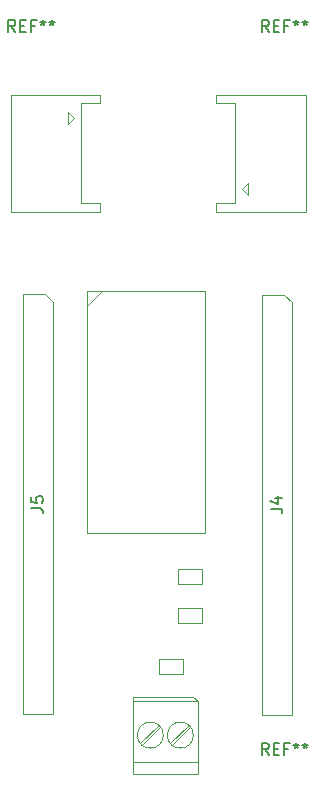
<source format=gbr>
%TF.GenerationSoftware,KiCad,Pcbnew,7.0.2-0*%
%TF.CreationDate,2024-02-15T09:00:13-05:00*%
%TF.ProjectId,Turbidity_v13,54757262-6964-4697-9479-5f7631332e6b,13*%
%TF.SameCoordinates,Original*%
%TF.FileFunction,AssemblyDrawing,Top*%
%FSLAX46Y46*%
G04 Gerber Fmt 4.6, Leading zero omitted, Abs format (unit mm)*
G04 Created by KiCad (PCBNEW 7.0.2-0) date 2024-02-15 09:00:13*
%MOMM*%
%LPD*%
G01*
G04 APERTURE LIST*
%ADD10C,0.150000*%
%ADD11C,0.100000*%
G04 APERTURE END LIST*
D10*
%TO.C,J4*%
X158974619Y-100917333D02*
X159688904Y-100917333D01*
X159688904Y-100917333D02*
X159831761Y-100964952D01*
X159831761Y-100964952D02*
X159927000Y-101060190D01*
X159927000Y-101060190D02*
X159974619Y-101203047D01*
X159974619Y-101203047D02*
X159974619Y-101298285D01*
X159307952Y-100012571D02*
X159974619Y-100012571D01*
X158927000Y-100250666D02*
X159641285Y-100488761D01*
X159641285Y-100488761D02*
X159641285Y-99869714D01*
%TO.C,REF\u002A\u002A*%
X158813666Y-60533619D02*
X158480333Y-60057428D01*
X158242238Y-60533619D02*
X158242238Y-59533619D01*
X158242238Y-59533619D02*
X158623190Y-59533619D01*
X158623190Y-59533619D02*
X158718428Y-59581238D01*
X158718428Y-59581238D02*
X158766047Y-59628857D01*
X158766047Y-59628857D02*
X158813666Y-59724095D01*
X158813666Y-59724095D02*
X158813666Y-59866952D01*
X158813666Y-59866952D02*
X158766047Y-59962190D01*
X158766047Y-59962190D02*
X158718428Y-60009809D01*
X158718428Y-60009809D02*
X158623190Y-60057428D01*
X158623190Y-60057428D02*
X158242238Y-60057428D01*
X159242238Y-60009809D02*
X159575571Y-60009809D01*
X159718428Y-60533619D02*
X159242238Y-60533619D01*
X159242238Y-60533619D02*
X159242238Y-59533619D01*
X159242238Y-59533619D02*
X159718428Y-59533619D01*
X160480333Y-60009809D02*
X160147000Y-60009809D01*
X160147000Y-60533619D02*
X160147000Y-59533619D01*
X160147000Y-59533619D02*
X160623190Y-59533619D01*
X161147000Y-59533619D02*
X161147000Y-59771714D01*
X160908905Y-59676476D02*
X161147000Y-59771714D01*
X161147000Y-59771714D02*
X161385095Y-59676476D01*
X161004143Y-59962190D02*
X161147000Y-59771714D01*
X161147000Y-59771714D02*
X161289857Y-59962190D01*
X161908905Y-59533619D02*
X161908905Y-59771714D01*
X161670810Y-59676476D02*
X161908905Y-59771714D01*
X161908905Y-59771714D02*
X162147000Y-59676476D01*
X161766048Y-59962190D02*
X161908905Y-59771714D01*
X161908905Y-59771714D02*
X162051762Y-59962190D01*
X137350666Y-60533619D02*
X137017333Y-60057428D01*
X136779238Y-60533619D02*
X136779238Y-59533619D01*
X136779238Y-59533619D02*
X137160190Y-59533619D01*
X137160190Y-59533619D02*
X137255428Y-59581238D01*
X137255428Y-59581238D02*
X137303047Y-59628857D01*
X137303047Y-59628857D02*
X137350666Y-59724095D01*
X137350666Y-59724095D02*
X137350666Y-59866952D01*
X137350666Y-59866952D02*
X137303047Y-59962190D01*
X137303047Y-59962190D02*
X137255428Y-60009809D01*
X137255428Y-60009809D02*
X137160190Y-60057428D01*
X137160190Y-60057428D02*
X136779238Y-60057428D01*
X137779238Y-60009809D02*
X138112571Y-60009809D01*
X138255428Y-60533619D02*
X137779238Y-60533619D01*
X137779238Y-60533619D02*
X137779238Y-59533619D01*
X137779238Y-59533619D02*
X138255428Y-59533619D01*
X139017333Y-60009809D02*
X138684000Y-60009809D01*
X138684000Y-60533619D02*
X138684000Y-59533619D01*
X138684000Y-59533619D02*
X139160190Y-59533619D01*
X139684000Y-59533619D02*
X139684000Y-59771714D01*
X139445905Y-59676476D02*
X139684000Y-59771714D01*
X139684000Y-59771714D02*
X139922095Y-59676476D01*
X139541143Y-59962190D02*
X139684000Y-59771714D01*
X139684000Y-59771714D02*
X139826857Y-59962190D01*
X140445905Y-59533619D02*
X140445905Y-59771714D01*
X140207810Y-59676476D02*
X140445905Y-59771714D01*
X140445905Y-59771714D02*
X140684000Y-59676476D01*
X140303048Y-59962190D02*
X140445905Y-59771714D01*
X140445905Y-59771714D02*
X140588762Y-59962190D01*
%TO.C,J5*%
X138705419Y-100866533D02*
X139419704Y-100866533D01*
X139419704Y-100866533D02*
X139562561Y-100914152D01*
X139562561Y-100914152D02*
X139657800Y-101009390D01*
X139657800Y-101009390D02*
X139705419Y-101152247D01*
X139705419Y-101152247D02*
X139705419Y-101247485D01*
X138705419Y-99914152D02*
X138705419Y-100390342D01*
X138705419Y-100390342D02*
X139181609Y-100437961D01*
X139181609Y-100437961D02*
X139133990Y-100390342D01*
X139133990Y-100390342D02*
X139086371Y-100295104D01*
X139086371Y-100295104D02*
X139086371Y-100057009D01*
X139086371Y-100057009D02*
X139133990Y-99961771D01*
X139133990Y-99961771D02*
X139181609Y-99914152D01*
X139181609Y-99914152D02*
X139276847Y-99866533D01*
X139276847Y-99866533D02*
X139514942Y-99866533D01*
X139514942Y-99866533D02*
X139610180Y-99914152D01*
X139610180Y-99914152D02*
X139657800Y-99961771D01*
X139657800Y-99961771D02*
X139705419Y-100057009D01*
X139705419Y-100057009D02*
X139705419Y-100295104D01*
X139705419Y-100295104D02*
X139657800Y-100390342D01*
X139657800Y-100390342D02*
X139610180Y-100437961D01*
%TO.C,REF\u002A\u002A*%
X158813666Y-121773019D02*
X158480333Y-121296828D01*
X158242238Y-121773019D02*
X158242238Y-120773019D01*
X158242238Y-120773019D02*
X158623190Y-120773019D01*
X158623190Y-120773019D02*
X158718428Y-120820638D01*
X158718428Y-120820638D02*
X158766047Y-120868257D01*
X158766047Y-120868257D02*
X158813666Y-120963495D01*
X158813666Y-120963495D02*
X158813666Y-121106352D01*
X158813666Y-121106352D02*
X158766047Y-121201590D01*
X158766047Y-121201590D02*
X158718428Y-121249209D01*
X158718428Y-121249209D02*
X158623190Y-121296828D01*
X158623190Y-121296828D02*
X158242238Y-121296828D01*
X159242238Y-121249209D02*
X159575571Y-121249209D01*
X159718428Y-121773019D02*
X159242238Y-121773019D01*
X159242238Y-121773019D02*
X159242238Y-120773019D01*
X159242238Y-120773019D02*
X159718428Y-120773019D01*
X160480333Y-121249209D02*
X160147000Y-121249209D01*
X160147000Y-121773019D02*
X160147000Y-120773019D01*
X160147000Y-120773019D02*
X160623190Y-120773019D01*
X161147000Y-120773019D02*
X161147000Y-121011114D01*
X160908905Y-120915876D02*
X161147000Y-121011114D01*
X161147000Y-121011114D02*
X161385095Y-120915876D01*
X161004143Y-121201590D02*
X161147000Y-121011114D01*
X161147000Y-121011114D02*
X161289857Y-121201590D01*
X161908905Y-120773019D02*
X161908905Y-121011114D01*
X161670810Y-120915876D02*
X161908905Y-121011114D01*
X161908905Y-121011114D02*
X162147000Y-120915876D01*
X161766048Y-121201590D02*
X161908905Y-121011114D01*
X161908905Y-121011114D02*
X162051762Y-121201590D01*
D11*
%TO.C,J1*%
X152833200Y-117241200D02*
X152833200Y-123341200D01*
X152833200Y-117241200D02*
X147293200Y-117241200D01*
X152833200Y-123341200D02*
X147293200Y-123341200D01*
X148092200Y-120926200D02*
X149627200Y-119391200D01*
X147293200Y-116841200D02*
X152433200Y-116841200D01*
X152433200Y-116841200D02*
X152833200Y-117241200D01*
X147958200Y-120791200D02*
X149493200Y-119256200D01*
X150632200Y-120926200D02*
X152168200Y-119391200D01*
X150498200Y-120791200D02*
X152034200Y-119256200D01*
X152833200Y-122341200D02*
X147293200Y-122341200D01*
X147293200Y-123341200D02*
X147293200Y-116841200D01*
X149893200Y-120091200D02*
G75*
G03*
X149893200Y-120091200I-1100000J0D01*
G01*
X152433200Y-120091200D02*
G75*
G03*
X152433200Y-120091200I-1100000J0D01*
G01*
%TO.C,R1*%
X151147900Y-109357000D02*
X153147900Y-109357000D01*
X151147900Y-110607000D02*
X151147900Y-109357000D01*
X153147900Y-109357000D02*
X153147900Y-110607000D01*
X153147900Y-110607000D02*
X151147900Y-110607000D01*
%TO.C,IC1*%
X143463000Y-82450000D02*
X153463000Y-82450000D01*
X143463000Y-83720000D02*
X144733000Y-82450000D01*
X143463000Y-102970000D02*
X143463000Y-82450000D01*
X153463000Y-82450000D02*
X153463000Y-102970000D01*
X153463000Y-102970000D02*
X143463000Y-102970000D01*
%TO.C,J4*%
X158242000Y-82804000D02*
X160147000Y-82804000D01*
X158242000Y-118364000D02*
X158242000Y-82804000D01*
X160147000Y-82804000D02*
X160782000Y-83439000D01*
X160782000Y-83439000D02*
X160782000Y-118364000D01*
X160782000Y-118364000D02*
X158242000Y-118364000D01*
%TO.C,R3*%
X151518500Y-114925000D02*
X149518500Y-114925000D01*
X151518500Y-113675000D02*
X151518500Y-114925000D01*
X149518500Y-114925000D02*
X149518500Y-113675000D01*
X149518500Y-113675000D02*
X151518500Y-113675000D01*
%TO.C,J3*%
X144555200Y-65865200D02*
X136955200Y-65865200D01*
X136955200Y-65865200D02*
X136955200Y-75765200D01*
X144555200Y-66565200D02*
X144555200Y-65865200D01*
X142955200Y-66565200D02*
X144555200Y-66565200D01*
X141830200Y-67315200D02*
X141830200Y-68315200D01*
X142330200Y-67815200D02*
X141830200Y-67315200D01*
X141830200Y-68315200D02*
X142330200Y-67815200D01*
X144555200Y-75065200D02*
X142955200Y-75065200D01*
X142955200Y-75065200D02*
X142955200Y-66565200D01*
X144555200Y-75765200D02*
X144555200Y-75065200D01*
X136955200Y-75765200D02*
X144555200Y-75765200D01*
%TO.C,J2*%
X154340400Y-75768000D02*
X161940400Y-75768000D01*
X161940400Y-75768000D02*
X161940400Y-65868000D01*
X154340400Y-75068000D02*
X154340400Y-75768000D01*
X155940400Y-75068000D02*
X154340400Y-75068000D01*
X157065400Y-74318000D02*
X157065400Y-73318000D01*
X156565400Y-73818000D02*
X157065400Y-74318000D01*
X157065400Y-73318000D02*
X156565400Y-73818000D01*
X154340400Y-66568000D02*
X155940400Y-66568000D01*
X155940400Y-66568000D02*
X155940400Y-75068000D01*
X154340400Y-65868000D02*
X154340400Y-66568000D01*
X161940400Y-65868000D02*
X154340400Y-65868000D01*
%TO.C,R2*%
X153144100Y-107305000D02*
X151144100Y-107305000D01*
X153144100Y-106055000D02*
X153144100Y-107305000D01*
X151144100Y-107305000D02*
X151144100Y-106055000D01*
X151144100Y-106055000D02*
X153144100Y-106055000D01*
%TO.C,J5*%
X137972800Y-82753200D02*
X139877800Y-82753200D01*
X137972800Y-118313200D02*
X137972800Y-82753200D01*
X139877800Y-82753200D02*
X140512800Y-83388200D01*
X140512800Y-83388200D02*
X140512800Y-118313200D01*
X140512800Y-118313200D02*
X137972800Y-118313200D01*
%TD*%
M02*

</source>
